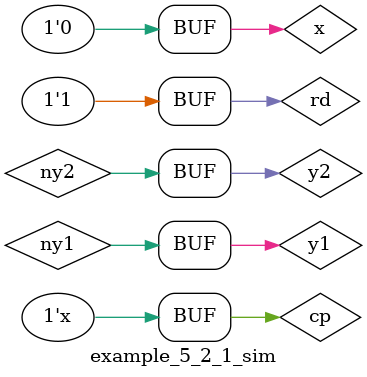
<source format=v>

`timescale 1ns / 1ps	

module example_5_2_1_sim();

    reg cp, x;
    wire ny2, ny1, z;

    reg rd;
    reg y2, y1;
                               
    example_5_2_1 U(.cp(cp), .x(x), .rd(rd), .y2(y2), .y1(y1), .ny2(ny2), .ny1(ny1), .z(z));

    initial begin
         #0
         cp=0;
         rd=0;
         x=0;

         #5
         rd=1;

         #20     
         x=1;

         #20
         x=0;

         #20 
         x=1;

         #20 
         x=1;

         #20 
         x=0;

         #20 
         x=1;

         #20 
         x=0;

         #20 
         x=0;
    end
    
    always #10 cp <= ~cp;

    always #20 begin y2 <= ny2; y1 <= ny1; end

endmodule
</source>
